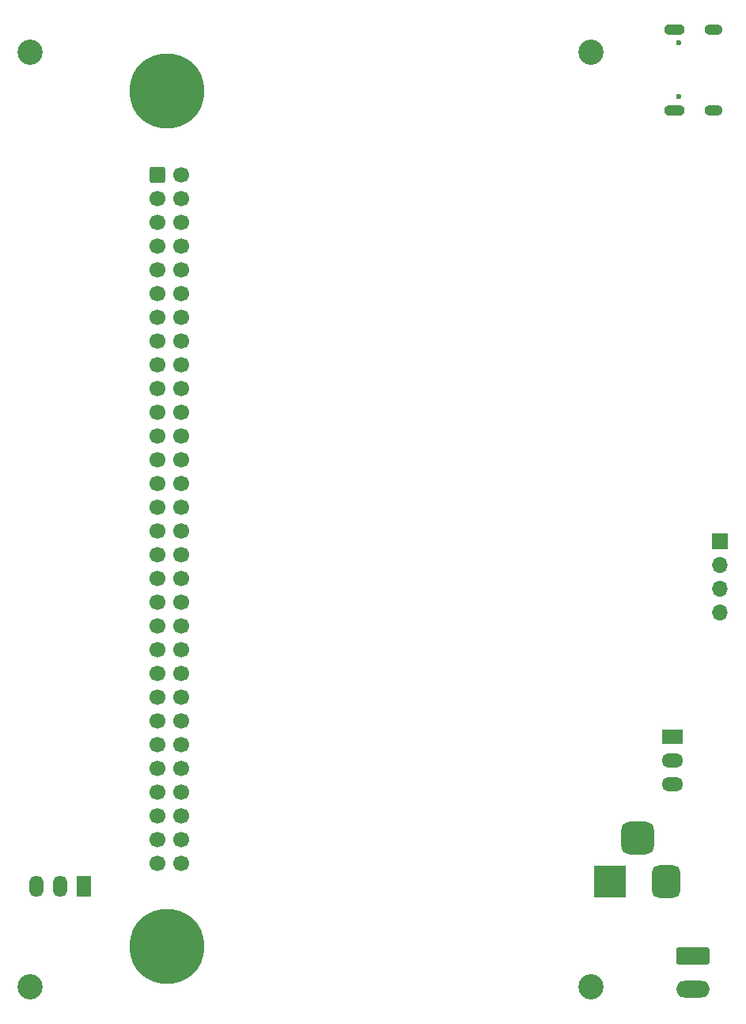
<source format=gbr>
%TF.GenerationSoftware,KiCad,Pcbnew,(6.0.7)*%
%TF.CreationDate,2022-10-27T00:54:25+02:00*%
%TF.ProjectId,flipdot-brose-esp32,666c6970-646f-4742-9d62-726f73652d65,rev?*%
%TF.SameCoordinates,Original*%
%TF.FileFunction,Soldermask,Bot*%
%TF.FilePolarity,Negative*%
%FSLAX46Y46*%
G04 Gerber Fmt 4.6, Leading zero omitted, Abs format (unit mm)*
G04 Created by KiCad (PCBNEW (6.0.7)) date 2022-10-27 00:54:25*
%MOMM*%
%LPD*%
G01*
G04 APERTURE LIST*
G04 Aperture macros list*
%AMRoundRect*
0 Rectangle with rounded corners*
0 $1 Rounding radius*
0 $2 $3 $4 $5 $6 $7 $8 $9 X,Y pos of 4 corners*
0 Add a 4 corners polygon primitive as box body*
4,1,4,$2,$3,$4,$5,$6,$7,$8,$9,$2,$3,0*
0 Add four circle primitives for the rounded corners*
1,1,$1+$1,$2,$3*
1,1,$1+$1,$4,$5*
1,1,$1+$1,$6,$7*
1,1,$1+$1,$8,$9*
0 Add four rect primitives between the rounded corners*
20,1,$1+$1,$2,$3,$4,$5,0*
20,1,$1+$1,$4,$5,$6,$7,0*
20,1,$1+$1,$6,$7,$8,$9,0*
20,1,$1+$1,$8,$9,$2,$3,0*%
G04 Aperture macros list end*
%ADD10C,0.010000*%
%ADD11RoundRect,0.250000X-1.550000X0.650000X-1.550000X-0.650000X1.550000X-0.650000X1.550000X0.650000X0*%
%ADD12O,3.600000X1.800000*%
%ADD13R,3.500000X3.500000*%
%ADD14RoundRect,0.750000X0.750000X1.000000X-0.750000X1.000000X-0.750000X-1.000000X0.750000X-1.000000X0*%
%ADD15RoundRect,0.875000X0.875000X0.875000X-0.875000X0.875000X-0.875000X-0.875000X0.875000X-0.875000X0*%
%ADD16R,1.500000X2.300000*%
%ADD17O,1.500000X2.300000*%
%ADD18R,2.300000X1.500000*%
%ADD19O,2.300000X1.500000*%
%ADD20C,0.600000*%
%ADD21R,1.700000X1.700000*%
%ADD22O,1.700000X1.700000*%
%ADD23RoundRect,0.250000X-0.600000X-0.600000X0.600000X-0.600000X0.600000X0.600000X-0.600000X0.600000X0*%
%ADD24C,1.700000*%
%ADD25C,8.000000*%
%ADD26C,2.700000*%
G04 APERTURE END LIST*
%TO.C,J6*%
G36*
X109468500Y-43176000D02*
G01*
X109494500Y-43178000D01*
X109520500Y-43181000D01*
X109546500Y-43186000D01*
X109571500Y-43192000D01*
X109597500Y-43199000D01*
X109621500Y-43208000D01*
X109645500Y-43218000D01*
X109669500Y-43229000D01*
X109692500Y-43242000D01*
X109736500Y-43270000D01*
X109757500Y-43286000D01*
X109777500Y-43303000D01*
X109796500Y-43321000D01*
X109814500Y-43340000D01*
X109831500Y-43360000D01*
X109847500Y-43381000D01*
X109875500Y-43425000D01*
X109888500Y-43448000D01*
X109899500Y-43472000D01*
X109909500Y-43496000D01*
X109918500Y-43520000D01*
X109925500Y-43546000D01*
X109931500Y-43571000D01*
X109936500Y-43597000D01*
X109939500Y-43623000D01*
X109941500Y-43649000D01*
X109942500Y-43675000D01*
X109941500Y-43701000D01*
X109939500Y-43727000D01*
X109936500Y-43753000D01*
X109931500Y-43779000D01*
X109925500Y-43804000D01*
X109918500Y-43830000D01*
X109909500Y-43854000D01*
X109899500Y-43878000D01*
X109888500Y-43902000D01*
X109875500Y-43925000D01*
X109847500Y-43969000D01*
X109831500Y-43990000D01*
X109814500Y-44010000D01*
X109796500Y-44029000D01*
X109777500Y-44047000D01*
X109757500Y-44064000D01*
X109736500Y-44080000D01*
X109692500Y-44108000D01*
X109669500Y-44121000D01*
X109645500Y-44132000D01*
X109621500Y-44142000D01*
X109597500Y-44151000D01*
X109571500Y-44158000D01*
X109546500Y-44164000D01*
X109520500Y-44169000D01*
X109494500Y-44172000D01*
X109468500Y-44174000D01*
X109442500Y-44175000D01*
X108342500Y-44175000D01*
X108316500Y-44174000D01*
X108290500Y-44172000D01*
X108264500Y-44169000D01*
X108238500Y-44164000D01*
X108213500Y-44158000D01*
X108187500Y-44151000D01*
X108163500Y-44142000D01*
X108139500Y-44132000D01*
X108115500Y-44121000D01*
X108092500Y-44108000D01*
X108048500Y-44080000D01*
X108027500Y-44064000D01*
X108007500Y-44047000D01*
X107988500Y-44029000D01*
X107970500Y-44010000D01*
X107953500Y-43990000D01*
X107937500Y-43969000D01*
X107909500Y-43925000D01*
X107896500Y-43902000D01*
X107885500Y-43878000D01*
X107875500Y-43854000D01*
X107866500Y-43830000D01*
X107859500Y-43804000D01*
X107853500Y-43779000D01*
X107848500Y-43753000D01*
X107845500Y-43727000D01*
X107843500Y-43701000D01*
X107842500Y-43675000D01*
X107843500Y-43649000D01*
X107845500Y-43623000D01*
X107848500Y-43597000D01*
X107853500Y-43571000D01*
X107859500Y-43546000D01*
X107866500Y-43520000D01*
X107875500Y-43496000D01*
X107885500Y-43472000D01*
X107896500Y-43448000D01*
X107909500Y-43425000D01*
X107937500Y-43381000D01*
X107953500Y-43360000D01*
X107970500Y-43340000D01*
X107988500Y-43321000D01*
X108007500Y-43303000D01*
X108027500Y-43286000D01*
X108048500Y-43270000D01*
X108092500Y-43242000D01*
X108115500Y-43229000D01*
X108139500Y-43218000D01*
X108163500Y-43208000D01*
X108187500Y-43199000D01*
X108213500Y-43192000D01*
X108238500Y-43186000D01*
X108264500Y-43181000D01*
X108290500Y-43178000D01*
X108316500Y-43176000D01*
X108342500Y-43175000D01*
X109442500Y-43175000D01*
X109468500Y-43176000D01*
G37*
D10*
X109468500Y-43176000D02*
X109494500Y-43178000D01*
X109520500Y-43181000D01*
X109546500Y-43186000D01*
X109571500Y-43192000D01*
X109597500Y-43199000D01*
X109621500Y-43208000D01*
X109645500Y-43218000D01*
X109669500Y-43229000D01*
X109692500Y-43242000D01*
X109736500Y-43270000D01*
X109757500Y-43286000D01*
X109777500Y-43303000D01*
X109796500Y-43321000D01*
X109814500Y-43340000D01*
X109831500Y-43360000D01*
X109847500Y-43381000D01*
X109875500Y-43425000D01*
X109888500Y-43448000D01*
X109899500Y-43472000D01*
X109909500Y-43496000D01*
X109918500Y-43520000D01*
X109925500Y-43546000D01*
X109931500Y-43571000D01*
X109936500Y-43597000D01*
X109939500Y-43623000D01*
X109941500Y-43649000D01*
X109942500Y-43675000D01*
X109941500Y-43701000D01*
X109939500Y-43727000D01*
X109936500Y-43753000D01*
X109931500Y-43779000D01*
X109925500Y-43804000D01*
X109918500Y-43830000D01*
X109909500Y-43854000D01*
X109899500Y-43878000D01*
X109888500Y-43902000D01*
X109875500Y-43925000D01*
X109847500Y-43969000D01*
X109831500Y-43990000D01*
X109814500Y-44010000D01*
X109796500Y-44029000D01*
X109777500Y-44047000D01*
X109757500Y-44064000D01*
X109736500Y-44080000D01*
X109692500Y-44108000D01*
X109669500Y-44121000D01*
X109645500Y-44132000D01*
X109621500Y-44142000D01*
X109597500Y-44151000D01*
X109571500Y-44158000D01*
X109546500Y-44164000D01*
X109520500Y-44169000D01*
X109494500Y-44172000D01*
X109468500Y-44174000D01*
X109442500Y-44175000D01*
X108342500Y-44175000D01*
X108316500Y-44174000D01*
X108290500Y-44172000D01*
X108264500Y-44169000D01*
X108238500Y-44164000D01*
X108213500Y-44158000D01*
X108187500Y-44151000D01*
X108163500Y-44142000D01*
X108139500Y-44132000D01*
X108115500Y-44121000D01*
X108092500Y-44108000D01*
X108048500Y-44080000D01*
X108027500Y-44064000D01*
X108007500Y-44047000D01*
X107988500Y-44029000D01*
X107970500Y-44010000D01*
X107953500Y-43990000D01*
X107937500Y-43969000D01*
X107909500Y-43925000D01*
X107896500Y-43902000D01*
X107885500Y-43878000D01*
X107875500Y-43854000D01*
X107866500Y-43830000D01*
X107859500Y-43804000D01*
X107853500Y-43779000D01*
X107848500Y-43753000D01*
X107845500Y-43727000D01*
X107843500Y-43701000D01*
X107842500Y-43675000D01*
X107843500Y-43649000D01*
X107845500Y-43623000D01*
X107848500Y-43597000D01*
X107853500Y-43571000D01*
X107859500Y-43546000D01*
X107866500Y-43520000D01*
X107875500Y-43496000D01*
X107885500Y-43472000D01*
X107896500Y-43448000D01*
X107909500Y-43425000D01*
X107937500Y-43381000D01*
X107953500Y-43360000D01*
X107970500Y-43340000D01*
X107988500Y-43321000D01*
X108007500Y-43303000D01*
X108027500Y-43286000D01*
X108048500Y-43270000D01*
X108092500Y-43242000D01*
X108115500Y-43229000D01*
X108139500Y-43218000D01*
X108163500Y-43208000D01*
X108187500Y-43199000D01*
X108213500Y-43192000D01*
X108238500Y-43186000D01*
X108264500Y-43181000D01*
X108290500Y-43178000D01*
X108316500Y-43176000D01*
X108342500Y-43175000D01*
X109442500Y-43175000D01*
X109468500Y-43176000D01*
G36*
X109468500Y-34526000D02*
G01*
X109494500Y-34528000D01*
X109520500Y-34531000D01*
X109546500Y-34536000D01*
X109571500Y-34542000D01*
X109597500Y-34549000D01*
X109621500Y-34558000D01*
X109645500Y-34568000D01*
X109669500Y-34579000D01*
X109692500Y-34592000D01*
X109736500Y-34620000D01*
X109757500Y-34636000D01*
X109777500Y-34653000D01*
X109796500Y-34671000D01*
X109814500Y-34690000D01*
X109831500Y-34710000D01*
X109847500Y-34731000D01*
X109875500Y-34775000D01*
X109888500Y-34798000D01*
X109899500Y-34822000D01*
X109909500Y-34846000D01*
X109918500Y-34870000D01*
X109925500Y-34896000D01*
X109931500Y-34921000D01*
X109936500Y-34947000D01*
X109939500Y-34973000D01*
X109941500Y-34999000D01*
X109942500Y-35025000D01*
X109941500Y-35055000D01*
X109938500Y-35082000D01*
X109934500Y-35108000D01*
X109929500Y-35134000D01*
X109915500Y-35184000D01*
X109905500Y-35209000D01*
X109895500Y-35233000D01*
X109883500Y-35257000D01*
X109870500Y-35280000D01*
X109856500Y-35302000D01*
X109840500Y-35324000D01*
X109824500Y-35345000D01*
X109788500Y-35383000D01*
X109768500Y-35401000D01*
X109748500Y-35418000D01*
X109727500Y-35434000D01*
X109705500Y-35448000D01*
X109682500Y-35462000D01*
X109658500Y-35474000D01*
X109634500Y-35485000D01*
X109610500Y-35495000D01*
X109585500Y-35503000D01*
X109559500Y-35510000D01*
X109533500Y-35516000D01*
X109507500Y-35520000D01*
X109481500Y-35523000D01*
X109455500Y-35525000D01*
X108332500Y-35525000D01*
X108302500Y-35524000D01*
X108277500Y-35521000D01*
X108251500Y-35518000D01*
X108201500Y-35506000D01*
X108176500Y-35498000D01*
X108152500Y-35489000D01*
X108128500Y-35479000D01*
X108105500Y-35467000D01*
X108082500Y-35454000D01*
X108060500Y-35440000D01*
X108039500Y-35425000D01*
X108019500Y-35409000D01*
X107999500Y-35392000D01*
X107981500Y-35374000D01*
X107963500Y-35355000D01*
X107947500Y-35335000D01*
X107931500Y-35314000D01*
X107917500Y-35292000D01*
X107904500Y-35270000D01*
X107892500Y-35247000D01*
X107881500Y-35223000D01*
X107872500Y-35199000D01*
X107864500Y-35175000D01*
X107857500Y-35150000D01*
X107851500Y-35124000D01*
X107847500Y-35099000D01*
X107844500Y-35073000D01*
X107842500Y-35047000D01*
X107842500Y-35025000D01*
X107843500Y-34999000D01*
X107845500Y-34973000D01*
X107848500Y-34947000D01*
X107853500Y-34921000D01*
X107859500Y-34896000D01*
X107866500Y-34870000D01*
X107875500Y-34846000D01*
X107885500Y-34822000D01*
X107896500Y-34798000D01*
X107909500Y-34775000D01*
X107937500Y-34731000D01*
X107953500Y-34710000D01*
X107970500Y-34690000D01*
X107988500Y-34671000D01*
X108007500Y-34653000D01*
X108027500Y-34636000D01*
X108048500Y-34620000D01*
X108092500Y-34592000D01*
X108115500Y-34579000D01*
X108139500Y-34568000D01*
X108163500Y-34558000D01*
X108187500Y-34549000D01*
X108213500Y-34542000D01*
X108238500Y-34536000D01*
X108264500Y-34531000D01*
X108290500Y-34528000D01*
X108316500Y-34526000D01*
X108342500Y-34525000D01*
X109442500Y-34525000D01*
X109468500Y-34526000D01*
G37*
X109468500Y-34526000D02*
X109494500Y-34528000D01*
X109520500Y-34531000D01*
X109546500Y-34536000D01*
X109571500Y-34542000D01*
X109597500Y-34549000D01*
X109621500Y-34558000D01*
X109645500Y-34568000D01*
X109669500Y-34579000D01*
X109692500Y-34592000D01*
X109736500Y-34620000D01*
X109757500Y-34636000D01*
X109777500Y-34653000D01*
X109796500Y-34671000D01*
X109814500Y-34690000D01*
X109831500Y-34710000D01*
X109847500Y-34731000D01*
X109875500Y-34775000D01*
X109888500Y-34798000D01*
X109899500Y-34822000D01*
X109909500Y-34846000D01*
X109918500Y-34870000D01*
X109925500Y-34896000D01*
X109931500Y-34921000D01*
X109936500Y-34947000D01*
X109939500Y-34973000D01*
X109941500Y-34999000D01*
X109942500Y-35025000D01*
X109941500Y-35055000D01*
X109938500Y-35082000D01*
X109934500Y-35108000D01*
X109929500Y-35134000D01*
X109915500Y-35184000D01*
X109905500Y-35209000D01*
X109895500Y-35233000D01*
X109883500Y-35257000D01*
X109870500Y-35280000D01*
X109856500Y-35302000D01*
X109840500Y-35324000D01*
X109824500Y-35345000D01*
X109788500Y-35383000D01*
X109768500Y-35401000D01*
X109748500Y-35418000D01*
X109727500Y-35434000D01*
X109705500Y-35448000D01*
X109682500Y-35462000D01*
X109658500Y-35474000D01*
X109634500Y-35485000D01*
X109610500Y-35495000D01*
X109585500Y-35503000D01*
X109559500Y-35510000D01*
X109533500Y-35516000D01*
X109507500Y-35520000D01*
X109481500Y-35523000D01*
X109455500Y-35525000D01*
X108332500Y-35525000D01*
X108302500Y-35524000D01*
X108277500Y-35521000D01*
X108251500Y-35518000D01*
X108201500Y-35506000D01*
X108176500Y-35498000D01*
X108152500Y-35489000D01*
X108128500Y-35479000D01*
X108105500Y-35467000D01*
X108082500Y-35454000D01*
X108060500Y-35440000D01*
X108039500Y-35425000D01*
X108019500Y-35409000D01*
X107999500Y-35392000D01*
X107981500Y-35374000D01*
X107963500Y-35355000D01*
X107947500Y-35335000D01*
X107931500Y-35314000D01*
X107917500Y-35292000D01*
X107904500Y-35270000D01*
X107892500Y-35247000D01*
X107881500Y-35223000D01*
X107872500Y-35199000D01*
X107864500Y-35175000D01*
X107857500Y-35150000D01*
X107851500Y-35124000D01*
X107847500Y-35099000D01*
X107844500Y-35073000D01*
X107842500Y-35047000D01*
X107842500Y-35025000D01*
X107843500Y-34999000D01*
X107845500Y-34973000D01*
X107848500Y-34947000D01*
X107853500Y-34921000D01*
X107859500Y-34896000D01*
X107866500Y-34870000D01*
X107875500Y-34846000D01*
X107885500Y-34822000D01*
X107896500Y-34798000D01*
X107909500Y-34775000D01*
X107937500Y-34731000D01*
X107953500Y-34710000D01*
X107970500Y-34690000D01*
X107988500Y-34671000D01*
X108007500Y-34653000D01*
X108027500Y-34636000D01*
X108048500Y-34620000D01*
X108092500Y-34592000D01*
X108115500Y-34579000D01*
X108139500Y-34568000D01*
X108163500Y-34558000D01*
X108187500Y-34549000D01*
X108213500Y-34542000D01*
X108238500Y-34536000D01*
X108264500Y-34531000D01*
X108290500Y-34528000D01*
X108316500Y-34526000D01*
X108342500Y-34525000D01*
X109442500Y-34525000D01*
X109468500Y-34526000D01*
G36*
X113488500Y-43176000D02*
G01*
X113514500Y-43178000D01*
X113540500Y-43181000D01*
X113566500Y-43186000D01*
X113591500Y-43192000D01*
X113617500Y-43199000D01*
X113641500Y-43208000D01*
X113665500Y-43218000D01*
X113689500Y-43229000D01*
X113712500Y-43242000D01*
X113756500Y-43270000D01*
X113777500Y-43286000D01*
X113797500Y-43303000D01*
X113816500Y-43321000D01*
X113834500Y-43340000D01*
X113851500Y-43360000D01*
X113867500Y-43381000D01*
X113895500Y-43425000D01*
X113908500Y-43448000D01*
X113919500Y-43472000D01*
X113929500Y-43496000D01*
X113938500Y-43520000D01*
X113945500Y-43546000D01*
X113951500Y-43571000D01*
X113956500Y-43597000D01*
X113959500Y-43623000D01*
X113961500Y-43649000D01*
X113962500Y-43675000D01*
X113961500Y-43701000D01*
X113959500Y-43727000D01*
X113956500Y-43753000D01*
X113951500Y-43779000D01*
X113945500Y-43804000D01*
X113938500Y-43830000D01*
X113929500Y-43854000D01*
X113919500Y-43878000D01*
X113908500Y-43902000D01*
X113895500Y-43925000D01*
X113867500Y-43969000D01*
X113851500Y-43990000D01*
X113834500Y-44010000D01*
X113816500Y-44029000D01*
X113797500Y-44047000D01*
X113777500Y-44064000D01*
X113756500Y-44080000D01*
X113712500Y-44108000D01*
X113689500Y-44121000D01*
X113665500Y-44132000D01*
X113641500Y-44142000D01*
X113617500Y-44151000D01*
X113591500Y-44158000D01*
X113566500Y-44164000D01*
X113540500Y-44169000D01*
X113514500Y-44172000D01*
X113488500Y-44174000D01*
X113462500Y-44175000D01*
X112662500Y-44175000D01*
X112636500Y-44174000D01*
X112610500Y-44172000D01*
X112584500Y-44169000D01*
X112558500Y-44164000D01*
X112533500Y-44158000D01*
X112507500Y-44151000D01*
X112483500Y-44142000D01*
X112459500Y-44132000D01*
X112435500Y-44121000D01*
X112412500Y-44108000D01*
X112368500Y-44080000D01*
X112347500Y-44064000D01*
X112327500Y-44047000D01*
X112308500Y-44029000D01*
X112290500Y-44010000D01*
X112273500Y-43990000D01*
X112257500Y-43969000D01*
X112229500Y-43925000D01*
X112216500Y-43902000D01*
X112205500Y-43878000D01*
X112195500Y-43854000D01*
X112186500Y-43830000D01*
X112179500Y-43804000D01*
X112173500Y-43779000D01*
X112168500Y-43753000D01*
X112165500Y-43727000D01*
X112163500Y-43701000D01*
X112162500Y-43675000D01*
X112163500Y-43649000D01*
X112165500Y-43623000D01*
X112168500Y-43597000D01*
X112173500Y-43571000D01*
X112179500Y-43546000D01*
X112186500Y-43520000D01*
X112195500Y-43496000D01*
X112205500Y-43472000D01*
X112216500Y-43448000D01*
X112229500Y-43425000D01*
X112257500Y-43381000D01*
X112273500Y-43360000D01*
X112290500Y-43340000D01*
X112308500Y-43321000D01*
X112327500Y-43303000D01*
X112347500Y-43286000D01*
X112368500Y-43270000D01*
X112412500Y-43242000D01*
X112435500Y-43229000D01*
X112459500Y-43218000D01*
X112483500Y-43208000D01*
X112507500Y-43199000D01*
X112533500Y-43192000D01*
X112558500Y-43186000D01*
X112584500Y-43181000D01*
X112610500Y-43178000D01*
X112636500Y-43176000D01*
X112662500Y-43175000D01*
X113462500Y-43175000D01*
X113488500Y-43176000D01*
G37*
X113488500Y-43176000D02*
X113514500Y-43178000D01*
X113540500Y-43181000D01*
X113566500Y-43186000D01*
X113591500Y-43192000D01*
X113617500Y-43199000D01*
X113641500Y-43208000D01*
X113665500Y-43218000D01*
X113689500Y-43229000D01*
X113712500Y-43242000D01*
X113756500Y-43270000D01*
X113777500Y-43286000D01*
X113797500Y-43303000D01*
X113816500Y-43321000D01*
X113834500Y-43340000D01*
X113851500Y-43360000D01*
X113867500Y-43381000D01*
X113895500Y-43425000D01*
X113908500Y-43448000D01*
X113919500Y-43472000D01*
X113929500Y-43496000D01*
X113938500Y-43520000D01*
X113945500Y-43546000D01*
X113951500Y-43571000D01*
X113956500Y-43597000D01*
X113959500Y-43623000D01*
X113961500Y-43649000D01*
X113962500Y-43675000D01*
X113961500Y-43701000D01*
X113959500Y-43727000D01*
X113956500Y-43753000D01*
X113951500Y-43779000D01*
X113945500Y-43804000D01*
X113938500Y-43830000D01*
X113929500Y-43854000D01*
X113919500Y-43878000D01*
X113908500Y-43902000D01*
X113895500Y-43925000D01*
X113867500Y-43969000D01*
X113851500Y-43990000D01*
X113834500Y-44010000D01*
X113816500Y-44029000D01*
X113797500Y-44047000D01*
X113777500Y-44064000D01*
X113756500Y-44080000D01*
X113712500Y-44108000D01*
X113689500Y-44121000D01*
X113665500Y-44132000D01*
X113641500Y-44142000D01*
X113617500Y-44151000D01*
X113591500Y-44158000D01*
X113566500Y-44164000D01*
X113540500Y-44169000D01*
X113514500Y-44172000D01*
X113488500Y-44174000D01*
X113462500Y-44175000D01*
X112662500Y-44175000D01*
X112636500Y-44174000D01*
X112610500Y-44172000D01*
X112584500Y-44169000D01*
X112558500Y-44164000D01*
X112533500Y-44158000D01*
X112507500Y-44151000D01*
X112483500Y-44142000D01*
X112459500Y-44132000D01*
X112435500Y-44121000D01*
X112412500Y-44108000D01*
X112368500Y-44080000D01*
X112347500Y-44064000D01*
X112327500Y-44047000D01*
X112308500Y-44029000D01*
X112290500Y-44010000D01*
X112273500Y-43990000D01*
X112257500Y-43969000D01*
X112229500Y-43925000D01*
X112216500Y-43902000D01*
X112205500Y-43878000D01*
X112195500Y-43854000D01*
X112186500Y-43830000D01*
X112179500Y-43804000D01*
X112173500Y-43779000D01*
X112168500Y-43753000D01*
X112165500Y-43727000D01*
X112163500Y-43701000D01*
X112162500Y-43675000D01*
X112163500Y-43649000D01*
X112165500Y-43623000D01*
X112168500Y-43597000D01*
X112173500Y-43571000D01*
X112179500Y-43546000D01*
X112186500Y-43520000D01*
X112195500Y-43496000D01*
X112205500Y-43472000D01*
X112216500Y-43448000D01*
X112229500Y-43425000D01*
X112257500Y-43381000D01*
X112273500Y-43360000D01*
X112290500Y-43340000D01*
X112308500Y-43321000D01*
X112327500Y-43303000D01*
X112347500Y-43286000D01*
X112368500Y-43270000D01*
X112412500Y-43242000D01*
X112435500Y-43229000D01*
X112459500Y-43218000D01*
X112483500Y-43208000D01*
X112507500Y-43199000D01*
X112533500Y-43192000D01*
X112558500Y-43186000D01*
X112584500Y-43181000D01*
X112610500Y-43178000D01*
X112636500Y-43176000D01*
X112662500Y-43175000D01*
X113462500Y-43175000D01*
X113488500Y-43176000D01*
G36*
X113488500Y-34526000D02*
G01*
X113514500Y-34528000D01*
X113540500Y-34531000D01*
X113566500Y-34536000D01*
X113591500Y-34542000D01*
X113617500Y-34549000D01*
X113641500Y-34558000D01*
X113665500Y-34568000D01*
X113689500Y-34579000D01*
X113712500Y-34592000D01*
X113756500Y-34620000D01*
X113777500Y-34636000D01*
X113797500Y-34653000D01*
X113816500Y-34671000D01*
X113834500Y-34690000D01*
X113851500Y-34710000D01*
X113867500Y-34731000D01*
X113895500Y-34775000D01*
X113908500Y-34798000D01*
X113919500Y-34822000D01*
X113929500Y-34846000D01*
X113938500Y-34870000D01*
X113945500Y-34896000D01*
X113951500Y-34921000D01*
X113956500Y-34947000D01*
X113959500Y-34973000D01*
X113961500Y-34999000D01*
X113962500Y-35025000D01*
X113961500Y-35051000D01*
X113959500Y-35077000D01*
X113956500Y-35103000D01*
X113951500Y-35129000D01*
X113945500Y-35154000D01*
X113938500Y-35180000D01*
X113929500Y-35204000D01*
X113919500Y-35228000D01*
X113908500Y-35252000D01*
X113895500Y-35275000D01*
X113867500Y-35319000D01*
X113851500Y-35340000D01*
X113834500Y-35360000D01*
X113816500Y-35379000D01*
X113797500Y-35397000D01*
X113777500Y-35414000D01*
X113756500Y-35430000D01*
X113712500Y-35458000D01*
X113689500Y-35471000D01*
X113665500Y-35482000D01*
X113641500Y-35492000D01*
X113617500Y-35501000D01*
X113591500Y-35508000D01*
X113566500Y-35514000D01*
X113540500Y-35519000D01*
X113514500Y-35522000D01*
X113488500Y-35524000D01*
X113462500Y-35525000D01*
X112662500Y-35525000D01*
X112636500Y-35524000D01*
X112610500Y-35522000D01*
X112584500Y-35519000D01*
X112558500Y-35514000D01*
X112533500Y-35508000D01*
X112507500Y-35501000D01*
X112483500Y-35492000D01*
X112459500Y-35482000D01*
X112435500Y-35471000D01*
X112412500Y-35458000D01*
X112368500Y-35430000D01*
X112347500Y-35414000D01*
X112327500Y-35397000D01*
X112308500Y-35379000D01*
X112290500Y-35360000D01*
X112273500Y-35340000D01*
X112257500Y-35319000D01*
X112229500Y-35275000D01*
X112216500Y-35252000D01*
X112205500Y-35228000D01*
X112195500Y-35204000D01*
X112186500Y-35180000D01*
X112179500Y-35154000D01*
X112173500Y-35129000D01*
X112168500Y-35103000D01*
X112165500Y-35077000D01*
X112163500Y-35051000D01*
X112162500Y-35025000D01*
X112163500Y-34999000D01*
X112165500Y-34973000D01*
X112168500Y-34947000D01*
X112173500Y-34921000D01*
X112179500Y-34896000D01*
X112186500Y-34870000D01*
X112195500Y-34846000D01*
X112205500Y-34822000D01*
X112216500Y-34798000D01*
X112229500Y-34775000D01*
X112257500Y-34731000D01*
X112273500Y-34710000D01*
X112290500Y-34690000D01*
X112308500Y-34671000D01*
X112327500Y-34653000D01*
X112347500Y-34636000D01*
X112368500Y-34620000D01*
X112412500Y-34592000D01*
X112435500Y-34579000D01*
X112459500Y-34568000D01*
X112483500Y-34558000D01*
X112507500Y-34549000D01*
X112533500Y-34542000D01*
X112558500Y-34536000D01*
X112584500Y-34531000D01*
X112610500Y-34528000D01*
X112636500Y-34526000D01*
X112662500Y-34525000D01*
X113462500Y-34525000D01*
X113488500Y-34526000D01*
G37*
X113488500Y-34526000D02*
X113514500Y-34528000D01*
X113540500Y-34531000D01*
X113566500Y-34536000D01*
X113591500Y-34542000D01*
X113617500Y-34549000D01*
X113641500Y-34558000D01*
X113665500Y-34568000D01*
X113689500Y-34579000D01*
X113712500Y-34592000D01*
X113756500Y-34620000D01*
X113777500Y-34636000D01*
X113797500Y-34653000D01*
X113816500Y-34671000D01*
X113834500Y-34690000D01*
X113851500Y-34710000D01*
X113867500Y-34731000D01*
X113895500Y-34775000D01*
X113908500Y-34798000D01*
X113919500Y-34822000D01*
X113929500Y-34846000D01*
X113938500Y-34870000D01*
X113945500Y-34896000D01*
X113951500Y-34921000D01*
X113956500Y-34947000D01*
X113959500Y-34973000D01*
X113961500Y-34999000D01*
X113962500Y-35025000D01*
X113961500Y-35051000D01*
X113959500Y-35077000D01*
X113956500Y-35103000D01*
X113951500Y-35129000D01*
X113945500Y-35154000D01*
X113938500Y-35180000D01*
X113929500Y-35204000D01*
X113919500Y-35228000D01*
X113908500Y-35252000D01*
X113895500Y-35275000D01*
X113867500Y-35319000D01*
X113851500Y-35340000D01*
X113834500Y-35360000D01*
X113816500Y-35379000D01*
X113797500Y-35397000D01*
X113777500Y-35414000D01*
X113756500Y-35430000D01*
X113712500Y-35458000D01*
X113689500Y-35471000D01*
X113665500Y-35482000D01*
X113641500Y-35492000D01*
X113617500Y-35501000D01*
X113591500Y-35508000D01*
X113566500Y-35514000D01*
X113540500Y-35519000D01*
X113514500Y-35522000D01*
X113488500Y-35524000D01*
X113462500Y-35525000D01*
X112662500Y-35525000D01*
X112636500Y-35524000D01*
X112610500Y-35522000D01*
X112584500Y-35519000D01*
X112558500Y-35514000D01*
X112533500Y-35508000D01*
X112507500Y-35501000D01*
X112483500Y-35492000D01*
X112459500Y-35482000D01*
X112435500Y-35471000D01*
X112412500Y-35458000D01*
X112368500Y-35430000D01*
X112347500Y-35414000D01*
X112327500Y-35397000D01*
X112308500Y-35379000D01*
X112290500Y-35360000D01*
X112273500Y-35340000D01*
X112257500Y-35319000D01*
X112229500Y-35275000D01*
X112216500Y-35252000D01*
X112205500Y-35228000D01*
X112195500Y-35204000D01*
X112186500Y-35180000D01*
X112179500Y-35154000D01*
X112173500Y-35129000D01*
X112168500Y-35103000D01*
X112165500Y-35077000D01*
X112163500Y-35051000D01*
X112162500Y-35025000D01*
X112163500Y-34999000D01*
X112165500Y-34973000D01*
X112168500Y-34947000D01*
X112173500Y-34921000D01*
X112179500Y-34896000D01*
X112186500Y-34870000D01*
X112195500Y-34846000D01*
X112205500Y-34822000D01*
X112216500Y-34798000D01*
X112229500Y-34775000D01*
X112257500Y-34731000D01*
X112273500Y-34710000D01*
X112290500Y-34690000D01*
X112308500Y-34671000D01*
X112327500Y-34653000D01*
X112347500Y-34636000D01*
X112368500Y-34620000D01*
X112412500Y-34592000D01*
X112435500Y-34579000D01*
X112459500Y-34568000D01*
X112483500Y-34558000D01*
X112507500Y-34549000D01*
X112533500Y-34542000D01*
X112558500Y-34536000D01*
X112584500Y-34531000D01*
X112610500Y-34528000D01*
X112636500Y-34526000D01*
X112662500Y-34525000D01*
X113462500Y-34525000D01*
X113488500Y-34526000D01*
%TD*%
D11*
%TO.C,J3*%
X110900000Y-134200000D03*
D12*
X110900000Y-137700000D03*
%TD*%
D13*
%TO.C,J2*%
X102000000Y-126257500D03*
D14*
X108000000Y-126257500D03*
D15*
X105000000Y-121557500D03*
%TD*%
D16*
%TO.C,U22*%
X45747000Y-126692500D03*
D17*
X43207000Y-126692500D03*
X40667000Y-126692500D03*
%TD*%
D18*
%TO.C,U5*%
X108700000Y-110700000D03*
D19*
X108700000Y-113240000D03*
X108700000Y-115780000D03*
%TD*%
D20*
%TO.C,J6*%
X109382500Y-42240000D03*
X109382500Y-36460000D03*
%TD*%
D21*
%TO.C,J5*%
X113815000Y-89805000D03*
D22*
X113815000Y-92345000D03*
X113815000Y-94885000D03*
X113815000Y-97425000D03*
%TD*%
D23*
%TO.C,J1*%
X53610000Y-50590000D03*
D24*
X56150000Y-50590000D03*
X53610000Y-53130000D03*
X56150000Y-53130000D03*
X53610000Y-55670000D03*
X56150000Y-55670000D03*
X53610000Y-58210000D03*
X56150000Y-58210000D03*
X53610000Y-60750000D03*
X56150000Y-60750000D03*
X53610000Y-63290000D03*
X56150000Y-63290000D03*
X53610000Y-65830000D03*
X56150000Y-65830000D03*
X53610000Y-68370000D03*
X56150000Y-68370000D03*
X53610000Y-70910000D03*
X56150000Y-70910000D03*
X53610000Y-73450000D03*
X56150000Y-73450000D03*
X53610000Y-75990000D03*
X56150000Y-75990000D03*
X53610000Y-78530000D03*
X56150000Y-78530000D03*
X53610000Y-81070000D03*
X56150000Y-81070000D03*
X53610000Y-83610000D03*
X56150000Y-83610000D03*
X53610000Y-86150000D03*
X56150000Y-86150000D03*
X53610000Y-88690000D03*
X56150000Y-88690000D03*
X53610000Y-91230000D03*
X56150000Y-91230000D03*
X53610000Y-93770000D03*
X56150000Y-93770000D03*
X53610000Y-96310000D03*
X56150000Y-96310000D03*
X53610000Y-98850000D03*
X56150000Y-98850000D03*
X53610000Y-101390000D03*
X56150000Y-101390000D03*
X53610000Y-103930000D03*
X56150000Y-103930000D03*
X53610000Y-106470000D03*
X56150000Y-106470000D03*
X53610000Y-109010000D03*
X56150000Y-109010000D03*
X53610000Y-111550000D03*
X56150000Y-111550000D03*
X53610000Y-114090000D03*
X56150000Y-114090000D03*
X53610000Y-116630000D03*
X56150000Y-116630000D03*
X53610000Y-119170000D03*
X56150000Y-119170000D03*
X53610000Y-121710000D03*
X56150000Y-121710000D03*
X53610000Y-124250000D03*
X56150000Y-124250000D03*
D25*
X54630000Y-133190000D03*
X54630000Y-41650000D03*
%TD*%
D26*
%TO.C,H4*%
X100000000Y-37500000D03*
%TD*%
%TO.C,H3*%
X100000000Y-137500000D03*
%TD*%
%TO.C,H2*%
X40000000Y-137500000D03*
%TD*%
%TO.C,H1*%
X40000000Y-37500000D03*
%TD*%
M02*

</source>
